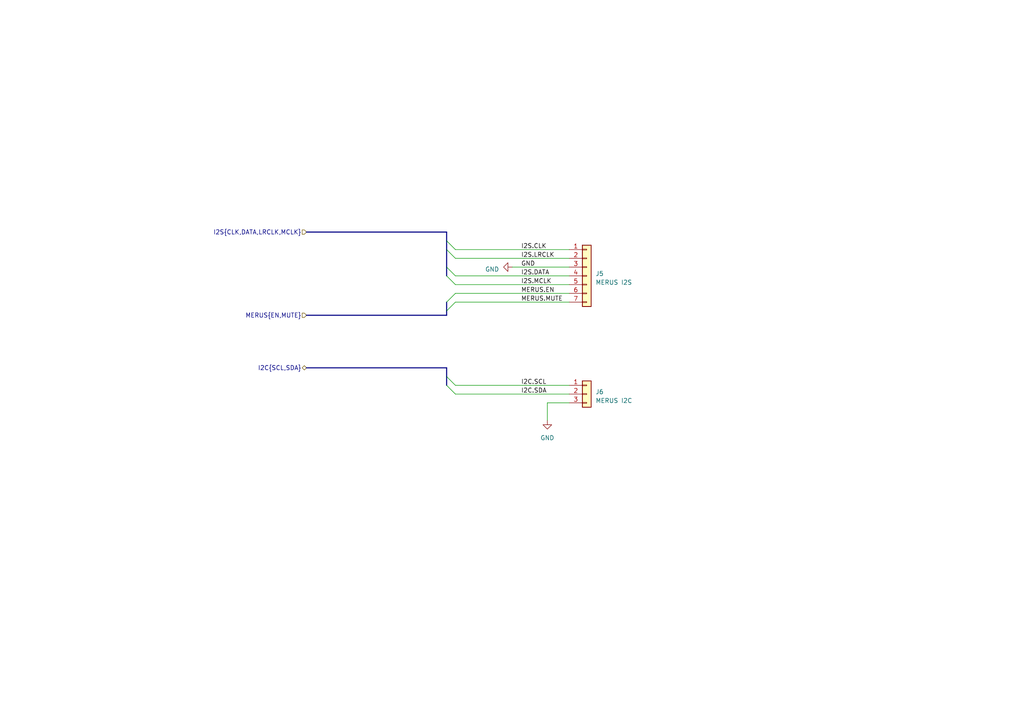
<source format=kicad_sch>
(kicad_sch (version 20230121) (generator eeschema)

  (uuid c4d844a3-7202-45ec-940e-a8731706c718)

  (paper "A4")

  (lib_symbols
    (symbol "Connector_Generic:Conn_01x03" (pin_names (offset 1.016) hide) (in_bom yes) (on_board yes)
      (property "Reference" "J" (at 0 5.08 0)
        (effects (font (size 1.27 1.27)))
      )
      (property "Value" "Conn_01x03" (at 0 -5.08 0)
        (effects (font (size 1.27 1.27)))
      )
      (property "Footprint" "" (at 0 0 0)
        (effects (font (size 1.27 1.27)) hide)
      )
      (property "Datasheet" "~" (at 0 0 0)
        (effects (font (size 1.27 1.27)) hide)
      )
      (property "ki_keywords" "connector" (at 0 0 0)
        (effects (font (size 1.27 1.27)) hide)
      )
      (property "ki_description" "Generic connector, single row, 01x03, script generated (kicad-library-utils/schlib/autogen/connector/)" (at 0 0 0)
        (effects (font (size 1.27 1.27)) hide)
      )
      (property "ki_fp_filters" "Connector*:*_1x??_*" (at 0 0 0)
        (effects (font (size 1.27 1.27)) hide)
      )
      (symbol "Conn_01x03_1_1"
        (rectangle (start -1.27 -2.413) (end 0 -2.667)
          (stroke (width 0.1524) (type default))
          (fill (type none))
        )
        (rectangle (start -1.27 0.127) (end 0 -0.127)
          (stroke (width 0.1524) (type default))
          (fill (type none))
        )
        (rectangle (start -1.27 2.667) (end 0 2.413)
          (stroke (width 0.1524) (type default))
          (fill (type none))
        )
        (rectangle (start -1.27 3.81) (end 1.27 -3.81)
          (stroke (width 0.254) (type default))
          (fill (type background))
        )
        (pin passive line (at -5.08 2.54 0) (length 3.81)
          (name "Pin_1" (effects (font (size 1.27 1.27))))
          (number "1" (effects (font (size 1.27 1.27))))
        )
        (pin passive line (at -5.08 0 0) (length 3.81)
          (name "Pin_2" (effects (font (size 1.27 1.27))))
          (number "2" (effects (font (size 1.27 1.27))))
        )
        (pin passive line (at -5.08 -2.54 0) (length 3.81)
          (name "Pin_3" (effects (font (size 1.27 1.27))))
          (number "3" (effects (font (size 1.27 1.27))))
        )
      )
    )
    (symbol "Connector_Generic:Conn_01x07" (pin_names (offset 1.016) hide) (in_bom yes) (on_board yes)
      (property "Reference" "J" (at 0 10.16 0)
        (effects (font (size 1.27 1.27)))
      )
      (property "Value" "Conn_01x07" (at 0 -10.16 0)
        (effects (font (size 1.27 1.27)))
      )
      (property "Footprint" "" (at 0 0 0)
        (effects (font (size 1.27 1.27)) hide)
      )
      (property "Datasheet" "~" (at 0 0 0)
        (effects (font (size 1.27 1.27)) hide)
      )
      (property "ki_keywords" "connector" (at 0 0 0)
        (effects (font (size 1.27 1.27)) hide)
      )
      (property "ki_description" "Generic connector, single row, 01x07, script generated (kicad-library-utils/schlib/autogen/connector/)" (at 0 0 0)
        (effects (font (size 1.27 1.27)) hide)
      )
      (property "ki_fp_filters" "Connector*:*_1x??_*" (at 0 0 0)
        (effects (font (size 1.27 1.27)) hide)
      )
      (symbol "Conn_01x07_1_1"
        (rectangle (start -1.27 -7.493) (end 0 -7.747)
          (stroke (width 0.1524) (type default))
          (fill (type none))
        )
        (rectangle (start -1.27 -4.953) (end 0 -5.207)
          (stroke (width 0.1524) (type default))
          (fill (type none))
        )
        (rectangle (start -1.27 -2.413) (end 0 -2.667)
          (stroke (width 0.1524) (type default))
          (fill (type none))
        )
        (rectangle (start -1.27 0.127) (end 0 -0.127)
          (stroke (width 0.1524) (type default))
          (fill (type none))
        )
        (rectangle (start -1.27 2.667) (end 0 2.413)
          (stroke (width 0.1524) (type default))
          (fill (type none))
        )
        (rectangle (start -1.27 5.207) (end 0 4.953)
          (stroke (width 0.1524) (type default))
          (fill (type none))
        )
        (rectangle (start -1.27 7.747) (end 0 7.493)
          (stroke (width 0.1524) (type default))
          (fill (type none))
        )
        (rectangle (start -1.27 8.89) (end 1.27 -8.89)
          (stroke (width 0.254) (type default))
          (fill (type background))
        )
        (pin passive line (at -5.08 7.62 0) (length 3.81)
          (name "Pin_1" (effects (font (size 1.27 1.27))))
          (number "1" (effects (font (size 1.27 1.27))))
        )
        (pin passive line (at -5.08 5.08 0) (length 3.81)
          (name "Pin_2" (effects (font (size 1.27 1.27))))
          (number "2" (effects (font (size 1.27 1.27))))
        )
        (pin passive line (at -5.08 2.54 0) (length 3.81)
          (name "Pin_3" (effects (font (size 1.27 1.27))))
          (number "3" (effects (font (size 1.27 1.27))))
        )
        (pin passive line (at -5.08 0 0) (length 3.81)
          (name "Pin_4" (effects (font (size 1.27 1.27))))
          (number "4" (effects (font (size 1.27 1.27))))
        )
        (pin passive line (at -5.08 -2.54 0) (length 3.81)
          (name "Pin_5" (effects (font (size 1.27 1.27))))
          (number "5" (effects (font (size 1.27 1.27))))
        )
        (pin passive line (at -5.08 -5.08 0) (length 3.81)
          (name "Pin_6" (effects (font (size 1.27 1.27))))
          (number "6" (effects (font (size 1.27 1.27))))
        )
        (pin passive line (at -5.08 -7.62 0) (length 3.81)
          (name "Pin_7" (effects (font (size 1.27 1.27))))
          (number "7" (effects (font (size 1.27 1.27))))
        )
      )
    )
    (symbol "power:GND" (power) (pin_names (offset 0)) (in_bom yes) (on_board yes)
      (property "Reference" "#PWR" (at 0 -6.35 0)
        (effects (font (size 1.27 1.27)) hide)
      )
      (property "Value" "GND" (at 0 -3.81 0)
        (effects (font (size 1.27 1.27)))
      )
      (property "Footprint" "" (at 0 0 0)
        (effects (font (size 1.27 1.27)) hide)
      )
      (property "Datasheet" "" (at 0 0 0)
        (effects (font (size 1.27 1.27)) hide)
      )
      (property "ki_keywords" "global power" (at 0 0 0)
        (effects (font (size 1.27 1.27)) hide)
      )
      (property "ki_description" "Power symbol creates a global label with name \"GND\" , ground" (at 0 0 0)
        (effects (font (size 1.27 1.27)) hide)
      )
      (symbol "GND_0_1"
        (polyline
          (pts
            (xy 0 0)
            (xy 0 -1.27)
            (xy 1.27 -1.27)
            (xy 0 -2.54)
            (xy -1.27 -1.27)
            (xy 0 -1.27)
          )
          (stroke (width 0) (type default))
          (fill (type none))
        )
      )
      (symbol "GND_1_1"
        (pin power_in line (at 0 0 270) (length 0) hide
          (name "GND" (effects (font (size 1.27 1.27))))
          (number "1" (effects (font (size 1.27 1.27))))
        )
      )
    )
  )


  (bus_entry (at 129.54 69.85) (size 2.54 2.54)
    (stroke (width 0) (type default))
    (uuid 246e707e-10b6-4849-9f39-db82cc009919)
  )
  (bus_entry (at 129.54 77.47) (size 2.54 2.54)
    (stroke (width 0) (type default))
    (uuid 25af31d0-f1fb-4cd6-94f1-d474c86da617)
  )
  (bus_entry (at 129.54 90.17) (size 2.54 -2.54)
    (stroke (width 0) (type default))
    (uuid 27d919f6-2c0b-46b4-89b9-73910ffc9c55)
  )
  (bus_entry (at 129.54 87.63) (size 2.54 -2.54)
    (stroke (width 0) (type default))
    (uuid 322d7838-3e36-47ce-9fc7-4f4efc428c5e)
  )
  (bus_entry (at 129.54 109.22) (size 2.54 2.54)
    (stroke (width 0) (type default))
    (uuid 7eeb1718-a3c6-4b06-9ff1-ea9f3680b237)
  )
  (bus_entry (at 129.54 111.76) (size 2.54 2.54)
    (stroke (width 0) (type default))
    (uuid ae178ec9-986d-417c-8fa4-4191c3f66645)
  )
  (bus_entry (at 129.54 72.39) (size 2.54 2.54)
    (stroke (width 0) (type default))
    (uuid fa9e2c37-f4e9-43c1-83dc-772bb98ecc99)
  )
  (bus_entry (at 129.54 80.01) (size 2.54 2.54)
    (stroke (width 0) (type default))
    (uuid fbd335b1-277b-4924-842a-7843c616106e)
  )

  (bus (pts (xy 88.9 91.44) (xy 129.54 91.44))
    (stroke (width 0) (type default))
    (uuid 04d0c84b-92e3-4680-a039-99908633712a)
  )
  (bus (pts (xy 129.54 67.31) (xy 129.54 69.85))
    (stroke (width 0) (type default))
    (uuid 0b349110-9c21-4a67-998a-34fb61534e19)
  )

  (wire (pts (xy 132.08 72.39) (xy 165.1 72.39))
    (stroke (width 0) (type default))
    (uuid 24855989-c407-436d-bb40-55fa0d4d5975)
  )
  (bus (pts (xy 129.54 69.85) (xy 129.54 72.39))
    (stroke (width 0) (type default))
    (uuid 30e268b1-d5dd-470c-a6dd-501795a6d171)
  )

  (wire (pts (xy 132.08 82.55) (xy 165.1 82.55))
    (stroke (width 0) (type default))
    (uuid 35f97c21-5b82-4096-9ae2-2f8a709af446)
  )
  (bus (pts (xy 88.9 106.68) (xy 129.54 106.68))
    (stroke (width 0) (type default))
    (uuid 4ddc0f4c-8e22-4d93-ad22-1e41a4def279)
  )

  (wire (pts (xy 132.08 111.76) (xy 165.1 111.76))
    (stroke (width 0) (type default))
    (uuid 4de75e47-b632-4a34-a0b0-ab46580e4f10)
  )
  (wire (pts (xy 132.08 74.93) (xy 165.1 74.93))
    (stroke (width 0) (type default))
    (uuid 4feb019a-71bd-4111-9d1c-b9647e0ebef5)
  )
  (bus (pts (xy 129.54 106.68) (xy 129.54 109.22))
    (stroke (width 0) (type default))
    (uuid 8809b268-f80e-4cc8-b030-fd0c5feb9330)
  )
  (bus (pts (xy 88.9 67.31) (xy 129.54 67.31))
    (stroke (width 0) (type default))
    (uuid 8ca7dcbd-8d20-4c5a-b87d-3bcbcab4bc72)
  )
  (bus (pts (xy 129.54 90.17) (xy 129.54 91.44))
    (stroke (width 0) (type default))
    (uuid 936b907b-8593-4045-a4c5-1d2cf766779d)
  )

  (wire (pts (xy 132.08 87.63) (xy 165.1 87.63))
    (stroke (width 0) (type default))
    (uuid ae90c84b-537e-47e0-9125-859f62880f7f)
  )
  (bus (pts (xy 129.54 109.22) (xy 129.54 111.76))
    (stroke (width 0) (type default))
    (uuid b489fc17-5fe6-4856-9005-6039e5aa7c33)
  )
  (bus (pts (xy 129.54 87.63) (xy 129.54 90.17))
    (stroke (width 0) (type default))
    (uuid b5519513-1602-472f-83c8-4a4e81e3133b)
  )

  (wire (pts (xy 132.08 80.01) (xy 165.1 80.01))
    (stroke (width 0) (type default))
    (uuid c638faf0-5144-423b-a5bc-ad0fc28b6dcf)
  )
  (wire (pts (xy 132.08 85.09) (xy 165.1 85.09))
    (stroke (width 0) (type default))
    (uuid ca1e5ca7-dee8-41f8-b799-378c4d5d15b7)
  )
  (bus (pts (xy 129.54 72.39) (xy 129.54 77.47))
    (stroke (width 0) (type default))
    (uuid d4a6651d-409c-4555-924f-c1452a43f0fb)
  )

  (wire (pts (xy 158.75 116.84) (xy 158.75 121.92))
    (stroke (width 0) (type default))
    (uuid dab24a4a-07ba-42f4-b31e-f5d96e11acc7)
  )
  (wire (pts (xy 132.08 114.3) (xy 165.1 114.3))
    (stroke (width 0) (type default))
    (uuid dcd70897-2a80-47e9-a43e-ae82988595ef)
  )
  (wire (pts (xy 165.1 116.84) (xy 158.75 116.84))
    (stroke (width 0) (type default))
    (uuid dfa9659e-057a-4241-90b5-d94ea5644fb5)
  )
  (wire (pts (xy 148.59 77.47) (xy 165.1 77.47))
    (stroke (width 0) (type default))
    (uuid f4f8f4f2-72f3-41eb-b75f-6506f0c28d0f)
  )
  (bus (pts (xy 129.54 77.47) (xy 129.54 80.01))
    (stroke (width 0) (type default))
    (uuid fd5e62ee-341b-4949-8ade-b6f59806f206)
  )

  (label "MERUS.EN" (at 151.13 85.09 0) (fields_autoplaced)
    (effects (font (size 1.27 1.27)) (justify left bottom))
    (uuid 149e6d34-b7a4-434e-83bf-9ef3f4115b8b)
  )
  (label "I2S.CLK" (at 151.13 72.39 0) (fields_autoplaced)
    (effects (font (size 1.27 1.27)) (justify left bottom))
    (uuid 3d08f9ad-2aa1-49e5-a380-8d8ecbe4ae29)
  )
  (label "I2S.MCLK" (at 151.13 82.55 0) (fields_autoplaced)
    (effects (font (size 1.27 1.27)) (justify left bottom))
    (uuid 3ec1c411-7d9a-4f5b-b321-ab9429c404c3)
  )
  (label "I2S.DATA" (at 151.13 80.01 0) (fields_autoplaced)
    (effects (font (size 1.27 1.27)) (justify left bottom))
    (uuid 5490d244-df2f-4a97-935a-cb04dbeecafc)
  )
  (label "MERUS.MUTE" (at 151.13 87.63 0) (fields_autoplaced)
    (effects (font (size 1.27 1.27)) (justify left bottom))
    (uuid 8b366130-7b95-45dc-bce2-78f0d03ed56c)
  )
  (label "GND" (at 151.13 77.47 0) (fields_autoplaced)
    (effects (font (size 1.27 1.27)) (justify left bottom))
    (uuid 8f419d5f-e9f3-4b8c-b88d-87f3b9a099cc)
  )
  (label "I2C.SCL" (at 151.13 111.76 0) (fields_autoplaced)
    (effects (font (size 1.27 1.27)) (justify left bottom))
    (uuid c5d5d93b-c331-4ec4-963d-2083b82e1fa9)
  )
  (label "I2C.SDA" (at 151.13 114.3 0) (fields_autoplaced)
    (effects (font (size 1.27 1.27)) (justify left bottom))
    (uuid ccd19bde-d961-4a28-8e51-fe991c0a31a0)
  )
  (label "I2S.LRCLK" (at 151.13 74.93 0) (fields_autoplaced)
    (effects (font (size 1.27 1.27)) (justify left bottom))
    (uuid dce8f467-4ca0-4d05-8aff-03d73df016a8)
  )

  (hierarchical_label "I2S{CLK,DATA,LRCLK,MCLK}" (shape input) (at 88.9 67.31 180) (fields_autoplaced)
    (effects (font (size 1.27 1.27)) (justify right))
    (uuid 23147c0b-e90e-4e4a-b267-27ca2f4f2801)
  )
  (hierarchical_label "MERUS{EN,MUTE}" (shape input) (at 88.9 91.44 180) (fields_autoplaced)
    (effects (font (size 1.27 1.27)) (justify right))
    (uuid 779bfcef-88e8-45c9-a343-fe9e0ce25562)
  )
  (hierarchical_label "I2C{SCL,SDA}" (shape bidirectional) (at 88.9 106.68 180) (fields_autoplaced)
    (effects (font (size 1.27 1.27)) (justify right))
    (uuid d7a9188d-aaa1-49e9-9075-ab7be713cb9a)
  )

  (symbol (lib_id "Connector_Generic:Conn_01x07") (at 170.18 80.01 0) (unit 1)
    (in_bom yes) (on_board yes) (dnp no) (fields_autoplaced)
    (uuid 258b4fbd-0664-4d11-aa9e-ac2cbbf58681)
    (property "Reference" "J5" (at 172.72 79.375 0)
      (effects (font (size 1.27 1.27)) (justify left))
    )
    (property "Value" "MERUS I2S" (at 172.72 81.915 0)
      (effects (font (size 1.27 1.27)) (justify left))
    )
    (property "Footprint" "" (at 170.18 80.01 0)
      (effects (font (size 1.27 1.27)) hide)
    )
    (property "Datasheet" "~" (at 170.18 80.01 0)
      (effects (font (size 1.27 1.27)) hide)
    )
    (pin "1" (uuid 64a86435-6147-48ac-bf25-d8fe6594a7ef))
    (pin "2" (uuid 0d6bd491-1fa8-4fc0-8abd-d5f999ea8560))
    (pin "3" (uuid 3664caef-ef2b-46fe-8249-39e09c7876b7))
    (pin "4" (uuid de3513ee-1e91-4f0e-a4af-c81dd5045e3d))
    (pin "5" (uuid d491af21-6d54-43d9-91bb-54992d78cda6))
    (pin "6" (uuid 149ac927-407f-4b6d-b7c5-07f49548ea8a))
    (pin "7" (uuid d46c57e7-4093-46c2-81c7-7e76042ab257))
    (instances
      (project "esp_radio"
        (path "/c9e2e0d2-0655-4f5e-8e13-71b41b1f7cfe/0a87a903-62c1-40b5-b380-98c846d36513"
          (reference "J5") (unit 1)
        )
      )
    )
  )

  (symbol (lib_id "power:GND") (at 158.75 121.92 0) (unit 1)
    (in_bom yes) (on_board yes) (dnp no) (fields_autoplaced)
    (uuid 3881c8e4-185c-4e09-8903-5a4490cdfa03)
    (property "Reference" "#PWR047" (at 158.75 128.27 0)
      (effects (font (size 1.27 1.27)) hide)
    )
    (property "Value" "GND" (at 158.75 127 0)
      (effects (font (size 1.27 1.27)))
    )
    (property "Footprint" "" (at 158.75 121.92 0)
      (effects (font (size 1.27 1.27)) hide)
    )
    (property "Datasheet" "" (at 158.75 121.92 0)
      (effects (font (size 1.27 1.27)) hide)
    )
    (pin "1" (uuid 5e1ea94f-a0a4-41e8-babd-ee94741e332a))
    (instances
      (project "esp_radio"
        (path "/c9e2e0d2-0655-4f5e-8e13-71b41b1f7cfe/0a87a903-62c1-40b5-b380-98c846d36513"
          (reference "#PWR047") (unit 1)
        )
      )
    )
  )

  (symbol (lib_id "power:GND") (at 148.59 77.47 270) (unit 1)
    (in_bom yes) (on_board yes) (dnp no) (fields_autoplaced)
    (uuid a59ba0f2-4ebe-4b9e-9332-a0b01c34f41a)
    (property "Reference" "#PWR046" (at 142.24 77.47 0)
      (effects (font (size 1.27 1.27)) hide)
    )
    (property "Value" "GND" (at 144.78 78.105 90)
      (effects (font (size 1.27 1.27)) (justify right))
    )
    (property "Footprint" "" (at 148.59 77.47 0)
      (effects (font (size 1.27 1.27)) hide)
    )
    (property "Datasheet" "" (at 148.59 77.47 0)
      (effects (font (size 1.27 1.27)) hide)
    )
    (pin "1" (uuid 667069a4-63a1-4e8c-8ea8-1d5c9a0ca6f0))
    (instances
      (project "esp_radio"
        (path "/c9e2e0d2-0655-4f5e-8e13-71b41b1f7cfe/0a87a903-62c1-40b5-b380-98c846d36513"
          (reference "#PWR046") (unit 1)
        )
      )
    )
  )

  (symbol (lib_id "Connector_Generic:Conn_01x03") (at 170.18 114.3 0) (unit 1)
    (in_bom yes) (on_board yes) (dnp no) (fields_autoplaced)
    (uuid cb442d93-bdda-46e0-b7ca-5ae0e8df784a)
    (property "Reference" "J6" (at 172.72 113.665 0)
      (effects (font (size 1.27 1.27)) (justify left))
    )
    (property "Value" "MERUS I2C" (at 172.72 116.205 0)
      (effects (font (size 1.27 1.27)) (justify left))
    )
    (property "Footprint" "" (at 170.18 114.3 0)
      (effects (font (size 1.27 1.27)) hide)
    )
    (property "Datasheet" "~" (at 170.18 114.3 0)
      (effects (font (size 1.27 1.27)) hide)
    )
    (pin "1" (uuid a8af7b12-44df-409e-a534-b85f6c6ed295))
    (pin "2" (uuid ed081aa9-e6e8-49d6-a62b-f9901097b56e))
    (pin "3" (uuid e24499a0-2911-4a2e-b841-717dba7a7fdd))
    (instances
      (project "esp_radio"
        (path "/c9e2e0d2-0655-4f5e-8e13-71b41b1f7cfe/0a87a903-62c1-40b5-b380-98c846d36513"
          (reference "J6") (unit 1)
        )
      )
    )
  )
)

</source>
